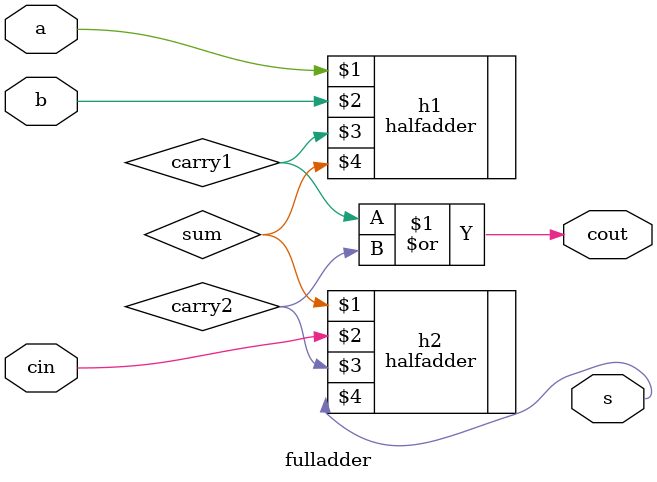
<source format=v>
`include "hafladder.v";

module fulladder(a,b,cin,cout,s);
input a,b,cin;
output cout,s;
wire sum,carry1,carry2;

halfadder h1(a,b,carry1,sum);
halfadder h2(sum,cin,carry2,s);
assign cout=carry1|carry2;
endmodule

</source>
